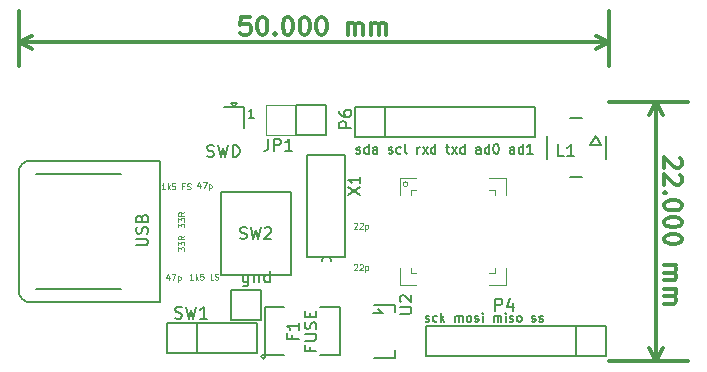
<source format=gto>
G04 #@! TF.FileFunction,Legend,Top*
%FSLAX46Y46*%
G04 Gerber Fmt 4.6, Leading zero omitted, Abs format (unit mm)*
G04 Created by KiCad (PCBNEW (2015-01-02 BZR 5348)-product) date 1/13/2015 8:41:11 AM*
%MOMM*%
G01*
G04 APERTURE LIST*
%ADD10C,0.150000*%
%ADD11C,0.152400*%
%ADD12C,0.190500*%
%ADD13C,0.300000*%
%ADD14C,0.100000*%
%ADD15C,0.099060*%
%ADD16C,0.203200*%
%ADD17C,0.109220*%
%ADD18C,0.200000*%
G04 APERTURE END LIST*
D10*
D11*
X93926714Y-82353514D02*
X93491286Y-82353514D01*
X93709000Y-82353514D02*
X93709000Y-81591514D01*
X93636429Y-81700371D01*
X93563857Y-81772943D01*
X93491286Y-81809229D01*
D12*
X108460958Y-99601929D02*
X108533529Y-99638214D01*
X108678672Y-99638214D01*
X108751244Y-99601929D01*
X108787529Y-99529357D01*
X108787529Y-99493071D01*
X108751244Y-99420500D01*
X108678672Y-99384214D01*
X108569815Y-99384214D01*
X108497244Y-99347929D01*
X108460958Y-99275357D01*
X108460958Y-99239071D01*
X108497244Y-99166500D01*
X108569815Y-99130214D01*
X108678672Y-99130214D01*
X108751244Y-99166500D01*
X109440672Y-99601929D02*
X109368101Y-99638214D01*
X109222958Y-99638214D01*
X109150386Y-99601929D01*
X109114101Y-99565643D01*
X109077815Y-99493071D01*
X109077815Y-99275357D01*
X109114101Y-99202786D01*
X109150386Y-99166500D01*
X109222958Y-99130214D01*
X109368101Y-99130214D01*
X109440672Y-99166500D01*
X109767244Y-99638214D02*
X109767244Y-98876214D01*
X109839815Y-99347929D02*
X110057529Y-99638214D01*
X110057529Y-99130214D02*
X109767244Y-99420500D01*
X110964672Y-99638214D02*
X110964672Y-99130214D01*
X110964672Y-99202786D02*
X111000957Y-99166500D01*
X111073529Y-99130214D01*
X111182386Y-99130214D01*
X111254957Y-99166500D01*
X111291243Y-99239071D01*
X111291243Y-99638214D01*
X111291243Y-99239071D02*
X111327529Y-99166500D01*
X111400100Y-99130214D01*
X111508957Y-99130214D01*
X111581529Y-99166500D01*
X111617814Y-99239071D01*
X111617814Y-99638214D01*
X112089529Y-99638214D02*
X112016957Y-99601929D01*
X111980672Y-99565643D01*
X111944386Y-99493071D01*
X111944386Y-99275357D01*
X111980672Y-99202786D01*
X112016957Y-99166500D01*
X112089529Y-99130214D01*
X112198386Y-99130214D01*
X112270957Y-99166500D01*
X112307243Y-99202786D01*
X112343529Y-99275357D01*
X112343529Y-99493071D01*
X112307243Y-99565643D01*
X112270957Y-99601929D01*
X112198386Y-99638214D01*
X112089529Y-99638214D01*
X112633815Y-99601929D02*
X112706386Y-99638214D01*
X112851529Y-99638214D01*
X112924101Y-99601929D01*
X112960386Y-99529357D01*
X112960386Y-99493071D01*
X112924101Y-99420500D01*
X112851529Y-99384214D01*
X112742672Y-99384214D01*
X112670101Y-99347929D01*
X112633815Y-99275357D01*
X112633815Y-99239071D01*
X112670101Y-99166500D01*
X112742672Y-99130214D01*
X112851529Y-99130214D01*
X112924101Y-99166500D01*
X113286958Y-99638214D02*
X113286958Y-99130214D01*
X113286958Y-98876214D02*
X113250672Y-98912500D01*
X113286958Y-98948786D01*
X113323243Y-98912500D01*
X113286958Y-98876214D01*
X113286958Y-98948786D01*
X114230386Y-99638214D02*
X114230386Y-99130214D01*
X114230386Y-99202786D02*
X114266671Y-99166500D01*
X114339243Y-99130214D01*
X114448100Y-99130214D01*
X114520671Y-99166500D01*
X114556957Y-99239071D01*
X114556957Y-99638214D01*
X114556957Y-99239071D02*
X114593243Y-99166500D01*
X114665814Y-99130214D01*
X114774671Y-99130214D01*
X114847243Y-99166500D01*
X114883528Y-99239071D01*
X114883528Y-99638214D01*
X115246386Y-99638214D02*
X115246386Y-99130214D01*
X115246386Y-98876214D02*
X115210100Y-98912500D01*
X115246386Y-98948786D01*
X115282671Y-98912500D01*
X115246386Y-98876214D01*
X115246386Y-98948786D01*
X115572957Y-99601929D02*
X115645528Y-99638214D01*
X115790671Y-99638214D01*
X115863243Y-99601929D01*
X115899528Y-99529357D01*
X115899528Y-99493071D01*
X115863243Y-99420500D01*
X115790671Y-99384214D01*
X115681814Y-99384214D01*
X115609243Y-99347929D01*
X115572957Y-99275357D01*
X115572957Y-99239071D01*
X115609243Y-99166500D01*
X115681814Y-99130214D01*
X115790671Y-99130214D01*
X115863243Y-99166500D01*
X116334957Y-99638214D02*
X116262385Y-99601929D01*
X116226100Y-99565643D01*
X116189814Y-99493071D01*
X116189814Y-99275357D01*
X116226100Y-99202786D01*
X116262385Y-99166500D01*
X116334957Y-99130214D01*
X116443814Y-99130214D01*
X116516385Y-99166500D01*
X116552671Y-99202786D01*
X116588957Y-99275357D01*
X116588957Y-99493071D01*
X116552671Y-99565643D01*
X116516385Y-99601929D01*
X116443814Y-99638214D01*
X116334957Y-99638214D01*
X117459814Y-99601929D02*
X117532385Y-99638214D01*
X117677528Y-99638214D01*
X117750100Y-99601929D01*
X117786385Y-99529357D01*
X117786385Y-99493071D01*
X117750100Y-99420500D01*
X117677528Y-99384214D01*
X117568671Y-99384214D01*
X117496100Y-99347929D01*
X117459814Y-99275357D01*
X117459814Y-99239071D01*
X117496100Y-99166500D01*
X117568671Y-99130214D01*
X117677528Y-99130214D01*
X117750100Y-99166500D01*
X118076671Y-99601929D02*
X118149242Y-99638214D01*
X118294385Y-99638214D01*
X118366957Y-99601929D01*
X118403242Y-99529357D01*
X118403242Y-99493071D01*
X118366957Y-99420500D01*
X118294385Y-99384214D01*
X118185528Y-99384214D01*
X118112957Y-99347929D01*
X118076671Y-99275357D01*
X118076671Y-99239071D01*
X118112957Y-99166500D01*
X118185528Y-99130214D01*
X118294385Y-99130214D01*
X118366957Y-99166500D01*
X102583884Y-85373090D02*
X102661294Y-85411795D01*
X102816113Y-85411795D01*
X102893522Y-85373090D01*
X102932227Y-85295681D01*
X102932227Y-85256976D01*
X102893522Y-85179567D01*
X102816113Y-85140862D01*
X102699998Y-85140862D01*
X102622589Y-85102157D01*
X102583884Y-85024748D01*
X102583884Y-84986043D01*
X102622589Y-84908633D01*
X102699998Y-84869929D01*
X102816113Y-84869929D01*
X102893522Y-84908633D01*
X103628913Y-85411795D02*
X103628913Y-84598995D01*
X103628913Y-85373090D02*
X103551503Y-85411795D01*
X103396684Y-85411795D01*
X103319275Y-85373090D01*
X103280570Y-85334386D01*
X103241865Y-85256976D01*
X103241865Y-85024748D01*
X103280570Y-84947338D01*
X103319275Y-84908633D01*
X103396684Y-84869929D01*
X103551503Y-84869929D01*
X103628913Y-84908633D01*
X104364303Y-85411795D02*
X104364303Y-84986043D01*
X104325598Y-84908633D01*
X104248188Y-84869929D01*
X104093369Y-84869929D01*
X104015960Y-84908633D01*
X104364303Y-85373090D02*
X104286893Y-85411795D01*
X104093369Y-85411795D01*
X104015960Y-85373090D01*
X103977255Y-85295681D01*
X103977255Y-85218271D01*
X104015960Y-85140862D01*
X104093369Y-85102157D01*
X104286893Y-85102157D01*
X104364303Y-85063452D01*
X105331921Y-85373090D02*
X105409331Y-85411795D01*
X105564150Y-85411795D01*
X105641559Y-85373090D01*
X105680264Y-85295681D01*
X105680264Y-85256976D01*
X105641559Y-85179567D01*
X105564150Y-85140862D01*
X105448035Y-85140862D01*
X105370626Y-85102157D01*
X105331921Y-85024748D01*
X105331921Y-84986043D01*
X105370626Y-84908633D01*
X105448035Y-84869929D01*
X105564150Y-84869929D01*
X105641559Y-84908633D01*
X106376950Y-85373090D02*
X106299540Y-85411795D01*
X106144721Y-85411795D01*
X106067312Y-85373090D01*
X106028607Y-85334386D01*
X105989902Y-85256976D01*
X105989902Y-85024748D01*
X106028607Y-84947338D01*
X106067312Y-84908633D01*
X106144721Y-84869929D01*
X106299540Y-84869929D01*
X106376950Y-84908633D01*
X106841407Y-85411795D02*
X106763998Y-85373090D01*
X106725293Y-85295681D01*
X106725293Y-84598995D01*
X107770321Y-85411795D02*
X107770321Y-84869929D01*
X107770321Y-85024748D02*
X107809026Y-84947338D01*
X107847730Y-84908633D01*
X107925140Y-84869929D01*
X108002549Y-84869929D01*
X108196073Y-85411795D02*
X108621826Y-84869929D01*
X108196073Y-84869929D02*
X108621826Y-85411795D01*
X109279807Y-85411795D02*
X109279807Y-84598995D01*
X109279807Y-85373090D02*
X109202397Y-85411795D01*
X109047578Y-85411795D01*
X108970169Y-85373090D01*
X108931464Y-85334386D01*
X108892759Y-85256976D01*
X108892759Y-85024748D01*
X108931464Y-84947338D01*
X108970169Y-84908633D01*
X109047578Y-84869929D01*
X109202397Y-84869929D01*
X109279807Y-84908633D01*
X110170016Y-84869929D02*
X110479654Y-84869929D01*
X110286130Y-84598995D02*
X110286130Y-85295681D01*
X110324835Y-85373090D01*
X110402244Y-85411795D01*
X110479654Y-85411795D01*
X110673177Y-85411795D02*
X111098930Y-84869929D01*
X110673177Y-84869929D02*
X111098930Y-85411795D01*
X111756911Y-85411795D02*
X111756911Y-84598995D01*
X111756911Y-85373090D02*
X111679501Y-85411795D01*
X111524682Y-85411795D01*
X111447273Y-85373090D01*
X111408568Y-85334386D01*
X111369863Y-85256976D01*
X111369863Y-85024748D01*
X111408568Y-84947338D01*
X111447273Y-84908633D01*
X111524682Y-84869929D01*
X111679501Y-84869929D01*
X111756911Y-84908633D01*
X113111577Y-85411795D02*
X113111577Y-84986043D01*
X113072872Y-84908633D01*
X112995462Y-84869929D01*
X112840643Y-84869929D01*
X112763234Y-84908633D01*
X113111577Y-85373090D02*
X113034167Y-85411795D01*
X112840643Y-85411795D01*
X112763234Y-85373090D01*
X112724529Y-85295681D01*
X112724529Y-85218271D01*
X112763234Y-85140862D01*
X112840643Y-85102157D01*
X113034167Y-85102157D01*
X113111577Y-85063452D01*
X113846967Y-85411795D02*
X113846967Y-84598995D01*
X113846967Y-85373090D02*
X113769557Y-85411795D01*
X113614738Y-85411795D01*
X113537329Y-85373090D01*
X113498624Y-85334386D01*
X113459919Y-85256976D01*
X113459919Y-85024748D01*
X113498624Y-84947338D01*
X113537329Y-84908633D01*
X113614738Y-84869929D01*
X113769557Y-84869929D01*
X113846967Y-84908633D01*
X114388833Y-84598995D02*
X114466242Y-84598995D01*
X114543652Y-84637700D01*
X114582357Y-84676405D01*
X114621061Y-84753814D01*
X114659766Y-84908633D01*
X114659766Y-85102157D01*
X114621061Y-85256976D01*
X114582357Y-85334386D01*
X114543652Y-85373090D01*
X114466242Y-85411795D01*
X114388833Y-85411795D01*
X114311423Y-85373090D01*
X114272719Y-85334386D01*
X114234014Y-85256976D01*
X114195309Y-85102157D01*
X114195309Y-84908633D01*
X114234014Y-84753814D01*
X114272719Y-84676405D01*
X114311423Y-84637700D01*
X114388833Y-84598995D01*
X115975728Y-85411795D02*
X115975728Y-84986043D01*
X115937023Y-84908633D01*
X115859613Y-84869929D01*
X115704794Y-84869929D01*
X115627385Y-84908633D01*
X115975728Y-85373090D02*
X115898318Y-85411795D01*
X115704794Y-85411795D01*
X115627385Y-85373090D01*
X115588680Y-85295681D01*
X115588680Y-85218271D01*
X115627385Y-85140862D01*
X115704794Y-85102157D01*
X115898318Y-85102157D01*
X115975728Y-85063452D01*
X116711118Y-85411795D02*
X116711118Y-84598995D01*
X116711118Y-85373090D02*
X116633708Y-85411795D01*
X116478889Y-85411795D01*
X116401480Y-85373090D01*
X116362775Y-85334386D01*
X116324070Y-85256976D01*
X116324070Y-85024748D01*
X116362775Y-84947338D01*
X116401480Y-84908633D01*
X116478889Y-84869929D01*
X116633708Y-84869929D01*
X116711118Y-84908633D01*
X117523917Y-85411795D02*
X117059460Y-85411795D01*
X117291689Y-85411795D02*
X117291689Y-84598995D01*
X117214279Y-84715110D01*
X117136870Y-84792519D01*
X117059460Y-84831224D01*
D13*
X130028571Y-85785715D02*
X130100000Y-85857144D01*
X130171429Y-86000001D01*
X130171429Y-86357144D01*
X130100000Y-86500001D01*
X130028571Y-86571430D01*
X129885714Y-86642858D01*
X129742857Y-86642858D01*
X129528571Y-86571430D01*
X128671429Y-85714287D01*
X128671429Y-86642858D01*
X130028571Y-87214286D02*
X130100000Y-87285715D01*
X130171429Y-87428572D01*
X130171429Y-87785715D01*
X130100000Y-87928572D01*
X130028571Y-88000001D01*
X129885714Y-88071429D01*
X129742857Y-88071429D01*
X129528571Y-88000001D01*
X128671429Y-87142858D01*
X128671429Y-88071429D01*
X128814286Y-88714286D02*
X128742857Y-88785714D01*
X128671429Y-88714286D01*
X128742857Y-88642857D01*
X128814286Y-88714286D01*
X128671429Y-88714286D01*
X130171429Y-89714286D02*
X130171429Y-89857143D01*
X130100000Y-90000000D01*
X130028571Y-90071429D01*
X129885714Y-90142858D01*
X129600000Y-90214286D01*
X129242857Y-90214286D01*
X128957143Y-90142858D01*
X128814286Y-90071429D01*
X128742857Y-90000000D01*
X128671429Y-89857143D01*
X128671429Y-89714286D01*
X128742857Y-89571429D01*
X128814286Y-89500000D01*
X128957143Y-89428572D01*
X129242857Y-89357143D01*
X129600000Y-89357143D01*
X129885714Y-89428572D01*
X130028571Y-89500000D01*
X130100000Y-89571429D01*
X130171429Y-89714286D01*
X130171429Y-91142857D02*
X130171429Y-91285714D01*
X130100000Y-91428571D01*
X130028571Y-91500000D01*
X129885714Y-91571429D01*
X129600000Y-91642857D01*
X129242857Y-91642857D01*
X128957143Y-91571429D01*
X128814286Y-91500000D01*
X128742857Y-91428571D01*
X128671429Y-91285714D01*
X128671429Y-91142857D01*
X128742857Y-91000000D01*
X128814286Y-90928571D01*
X128957143Y-90857143D01*
X129242857Y-90785714D01*
X129600000Y-90785714D01*
X129885714Y-90857143D01*
X130028571Y-90928571D01*
X130100000Y-91000000D01*
X130171429Y-91142857D01*
X130171429Y-92571428D02*
X130171429Y-92714285D01*
X130100000Y-92857142D01*
X130028571Y-92928571D01*
X129885714Y-93000000D01*
X129600000Y-93071428D01*
X129242857Y-93071428D01*
X128957143Y-93000000D01*
X128814286Y-92928571D01*
X128742857Y-92857142D01*
X128671429Y-92714285D01*
X128671429Y-92571428D01*
X128742857Y-92428571D01*
X128814286Y-92357142D01*
X128957143Y-92285714D01*
X129242857Y-92214285D01*
X129600000Y-92214285D01*
X129885714Y-92285714D01*
X130028571Y-92357142D01*
X130100000Y-92428571D01*
X130171429Y-92571428D01*
X128671429Y-94857142D02*
X129671429Y-94857142D01*
X129528571Y-94857142D02*
X129600000Y-94928570D01*
X129671429Y-95071428D01*
X129671429Y-95285713D01*
X129600000Y-95428570D01*
X129457143Y-95499999D01*
X128671429Y-95499999D01*
X129457143Y-95499999D02*
X129600000Y-95571428D01*
X129671429Y-95714285D01*
X129671429Y-95928570D01*
X129600000Y-96071428D01*
X129457143Y-96142856D01*
X128671429Y-96142856D01*
X128671429Y-96857142D02*
X129671429Y-96857142D01*
X129528571Y-96857142D02*
X129600000Y-96928570D01*
X129671429Y-97071428D01*
X129671429Y-97285713D01*
X129600000Y-97428570D01*
X129457143Y-97499999D01*
X128671429Y-97499999D01*
X129457143Y-97499999D02*
X129600000Y-97571428D01*
X129671429Y-97714285D01*
X129671429Y-97928570D01*
X129600000Y-98071428D01*
X129457143Y-98142856D01*
X128671429Y-98142856D01*
X128000000Y-81000000D02*
X128000000Y-103000000D01*
X124000000Y-81000000D02*
X130700000Y-81000000D01*
X124000000Y-103000000D02*
X130700000Y-103000000D01*
X128000000Y-103000000D02*
X127413579Y-101873496D01*
X128000000Y-103000000D02*
X128586421Y-101873496D01*
X128000000Y-81000000D02*
X127413579Y-82126504D01*
X128000000Y-81000000D02*
X128586421Y-82126504D01*
X93571430Y-73828572D02*
X92857144Y-73828572D01*
X92785715Y-74542858D01*
X92857144Y-74471430D01*
X93000001Y-74400001D01*
X93357144Y-74400001D01*
X93500001Y-74471430D01*
X93571430Y-74542858D01*
X93642858Y-74685715D01*
X93642858Y-75042858D01*
X93571430Y-75185715D01*
X93500001Y-75257144D01*
X93357144Y-75328572D01*
X93000001Y-75328572D01*
X92857144Y-75257144D01*
X92785715Y-75185715D01*
X94571429Y-73828572D02*
X94714286Y-73828572D01*
X94857143Y-73900001D01*
X94928572Y-73971430D01*
X95000001Y-74114287D01*
X95071429Y-74400001D01*
X95071429Y-74757144D01*
X95000001Y-75042858D01*
X94928572Y-75185715D01*
X94857143Y-75257144D01*
X94714286Y-75328572D01*
X94571429Y-75328572D01*
X94428572Y-75257144D01*
X94357143Y-75185715D01*
X94285715Y-75042858D01*
X94214286Y-74757144D01*
X94214286Y-74400001D01*
X94285715Y-74114287D01*
X94357143Y-73971430D01*
X94428572Y-73900001D01*
X94571429Y-73828572D01*
X95714286Y-75185715D02*
X95785714Y-75257144D01*
X95714286Y-75328572D01*
X95642857Y-75257144D01*
X95714286Y-75185715D01*
X95714286Y-75328572D01*
X96714286Y-73828572D02*
X96857143Y-73828572D01*
X97000000Y-73900001D01*
X97071429Y-73971430D01*
X97142858Y-74114287D01*
X97214286Y-74400001D01*
X97214286Y-74757144D01*
X97142858Y-75042858D01*
X97071429Y-75185715D01*
X97000000Y-75257144D01*
X96857143Y-75328572D01*
X96714286Y-75328572D01*
X96571429Y-75257144D01*
X96500000Y-75185715D01*
X96428572Y-75042858D01*
X96357143Y-74757144D01*
X96357143Y-74400001D01*
X96428572Y-74114287D01*
X96500000Y-73971430D01*
X96571429Y-73900001D01*
X96714286Y-73828572D01*
X98142857Y-73828572D02*
X98285714Y-73828572D01*
X98428571Y-73900001D01*
X98500000Y-73971430D01*
X98571429Y-74114287D01*
X98642857Y-74400001D01*
X98642857Y-74757144D01*
X98571429Y-75042858D01*
X98500000Y-75185715D01*
X98428571Y-75257144D01*
X98285714Y-75328572D01*
X98142857Y-75328572D01*
X98000000Y-75257144D01*
X97928571Y-75185715D01*
X97857143Y-75042858D01*
X97785714Y-74757144D01*
X97785714Y-74400001D01*
X97857143Y-74114287D01*
X97928571Y-73971430D01*
X98000000Y-73900001D01*
X98142857Y-73828572D01*
X99571428Y-73828572D02*
X99714285Y-73828572D01*
X99857142Y-73900001D01*
X99928571Y-73971430D01*
X100000000Y-74114287D01*
X100071428Y-74400001D01*
X100071428Y-74757144D01*
X100000000Y-75042858D01*
X99928571Y-75185715D01*
X99857142Y-75257144D01*
X99714285Y-75328572D01*
X99571428Y-75328572D01*
X99428571Y-75257144D01*
X99357142Y-75185715D01*
X99285714Y-75042858D01*
X99214285Y-74757144D01*
X99214285Y-74400001D01*
X99285714Y-74114287D01*
X99357142Y-73971430D01*
X99428571Y-73900001D01*
X99571428Y-73828572D01*
X101857142Y-75328572D02*
X101857142Y-74328572D01*
X101857142Y-74471430D02*
X101928570Y-74400001D01*
X102071428Y-74328572D01*
X102285713Y-74328572D01*
X102428570Y-74400001D01*
X102499999Y-74542858D01*
X102499999Y-75328572D01*
X102499999Y-74542858D02*
X102571428Y-74400001D01*
X102714285Y-74328572D01*
X102928570Y-74328572D01*
X103071428Y-74400001D01*
X103142856Y-74542858D01*
X103142856Y-75328572D01*
X103857142Y-75328572D02*
X103857142Y-74328572D01*
X103857142Y-74471430D02*
X103928570Y-74400001D01*
X104071428Y-74328572D01*
X104285713Y-74328572D01*
X104428570Y-74400001D01*
X104499999Y-74542858D01*
X104499999Y-75328572D01*
X104499999Y-74542858D02*
X104571428Y-74400001D01*
X104714285Y-74328572D01*
X104928570Y-74328572D01*
X105071428Y-74400001D01*
X105142856Y-74542858D01*
X105142856Y-75328572D01*
X74000000Y-76000001D02*
X124000000Y-76000001D01*
X74000000Y-78000000D02*
X74000000Y-73300001D01*
X124000000Y-78000000D02*
X124000000Y-73300001D01*
X124000000Y-76000001D02*
X122873496Y-76586422D01*
X124000000Y-76000001D02*
X122873496Y-75413580D01*
X74000000Y-76000001D02*
X75126504Y-76586422D01*
X74000000Y-76000001D02*
X75126504Y-75413580D01*
D10*
X93100000Y-83200000D02*
X93100000Y-81500000D01*
X93100000Y-81500000D02*
X91400000Y-81500000D01*
X92270000Y-81476000D02*
X92524000Y-81095000D01*
X92524000Y-81095000D02*
X92143000Y-81095000D01*
X92143000Y-81095000D02*
X92016000Y-81095000D01*
X92016000Y-81095000D02*
X92270000Y-81476000D01*
X101659200Y-94170320D02*
X101659200Y-85569880D01*
X101659200Y-85569880D02*
X98458800Y-85569880D01*
X98458800Y-85569880D02*
X98458800Y-94170320D01*
X99208100Y-94170320D02*
X98458800Y-94170320D01*
X100958160Y-94170320D02*
X101659200Y-94170320D01*
X99759280Y-94170320D02*
X99660220Y-94470040D01*
X100358720Y-94170320D02*
X100457780Y-94470040D01*
X100958160Y-94170320D02*
X99159840Y-94170320D01*
X104399340Y-98550080D02*
X104699060Y-98799000D01*
X104699060Y-98799000D02*
X104848920Y-98900600D01*
X104848920Y-98900600D02*
X104000560Y-98900600D01*
X105900480Y-98199560D02*
X104099620Y-98199560D01*
X105900480Y-98199560D02*
X105900480Y-98849800D01*
X105900480Y-102700440D02*
X104099620Y-102700440D01*
X105900480Y-102700440D02*
X105900480Y-102050200D01*
X91100000Y-88700000D02*
X97100000Y-88700000D01*
X97100000Y-88700000D02*
X97100000Y-95700000D01*
X97100000Y-95700000D02*
X91100000Y-95700000D01*
X91100000Y-95700000D02*
X91100000Y-88700000D01*
X94877605Y-102609000D02*
G75*
G03X94877605Y-102609000I-179605J0D01*
G01*
X99524000Y-102482000D02*
X101175000Y-102482000D01*
X101175000Y-102482000D02*
X101175000Y-98418000D01*
X101175000Y-98418000D02*
X99524000Y-98418000D01*
X96476000Y-98418000D02*
X94825000Y-98418000D01*
X94825000Y-98418000D02*
X94825000Y-102482000D01*
X94825000Y-102482000D02*
X96476000Y-102482000D01*
D14*
X113850000Y-95550000D02*
X114300000Y-95550000D01*
X114300000Y-95550000D02*
X114300000Y-95100000D01*
X107200000Y-95100000D02*
X107200000Y-95550000D01*
X107200000Y-95550000D02*
X107650000Y-95550000D01*
X107650000Y-88450000D02*
X107200000Y-88450000D01*
X107200000Y-88450000D02*
X107200000Y-88900000D01*
X113850000Y-88450000D02*
X114300000Y-88450000D01*
X114300000Y-88450000D02*
X114300000Y-88900000D01*
X106250000Y-88900000D02*
X106250000Y-87500000D01*
X106250000Y-87500000D02*
X107650000Y-87500000D01*
X107650000Y-96500000D02*
X106250000Y-96500000D01*
X106250000Y-96500000D02*
X106250000Y-95100000D01*
X115250000Y-95100000D02*
X115250000Y-96500000D01*
X115250000Y-96500000D02*
X113850000Y-96500000D01*
X113850000Y-87500000D02*
X115250000Y-87500000D01*
X115250000Y-87500000D02*
X115250000Y-88900000D01*
D15*
X106952700Y-88002040D02*
G75*
G03X106952700Y-88002040I-200660J0D01*
G01*
D16*
X122850000Y-83900000D02*
X122400000Y-84650000D01*
X122400000Y-84650000D02*
X123300000Y-84650000D01*
X123300000Y-84650000D02*
X122850000Y-83900000D01*
X118700000Y-83900000D02*
X118700000Y-85900000D01*
X120700000Y-87400000D02*
X121700000Y-87400000D01*
X123700000Y-83900000D02*
X123700000Y-85900000D01*
X120700000Y-82400000D02*
X121700000Y-82400000D01*
D10*
X86000000Y-86000000D02*
X75000000Y-86000000D01*
X75000000Y-98000000D02*
X86000000Y-98000000D01*
X74000000Y-87000000D02*
X74000000Y-97000000D01*
X74000000Y-97000000D02*
G75*
G03X75000000Y-98000000I1000000J0D01*
G01*
X75000000Y-86000000D02*
G75*
G03X74000000Y-87000000I0J-1000000D01*
G01*
X82650000Y-87150000D02*
X75500000Y-87150000D01*
X75500000Y-96850000D02*
X82650000Y-96850000D01*
X86000000Y-98000000D02*
X86000000Y-86000000D01*
D11*
X123720000Y-102570000D02*
X108480000Y-102570000D01*
X108480000Y-102570000D02*
X108480000Y-100030000D01*
X108480000Y-100030000D02*
X123720000Y-100030000D01*
X123720000Y-100030000D02*
X123720000Y-102570000D01*
X121180000Y-102570000D02*
X121180000Y-100030000D01*
X102480000Y-81430000D02*
X117720000Y-81430000D01*
X117720000Y-81430000D02*
X117720000Y-83970000D01*
X117720000Y-83970000D02*
X102480000Y-83970000D01*
X102480000Y-83970000D02*
X102480000Y-81430000D01*
X105020000Y-81430000D02*
X105020000Y-83970000D01*
X86590000Y-102270000D02*
X86590000Y-99730000D01*
X86590000Y-99730000D02*
X94210000Y-99730000D01*
X94210000Y-99730000D02*
X94210000Y-102270000D01*
X94210000Y-102270000D02*
X86590000Y-102270000D01*
X89130000Y-99730000D02*
X89130000Y-102270000D01*
D10*
X91994500Y-96982100D02*
X91994500Y-99522100D01*
X91994500Y-99522100D02*
X94534500Y-99522100D01*
X94534500Y-99522100D02*
X94534500Y-96982100D01*
X94534500Y-96982100D02*
X91994500Y-96982100D01*
D14*
X97506300Y-83812200D02*
X94966300Y-83812200D01*
X97506300Y-81272200D02*
X94966300Y-81272200D01*
D11*
X100046300Y-81272200D02*
X97506300Y-81272200D01*
X100046300Y-83812200D02*
X97506300Y-83812200D01*
D14*
X94966300Y-83812200D02*
X94966300Y-81272200D01*
D11*
X100046300Y-81272200D02*
X100046300Y-83812200D01*
X97506300Y-83812200D02*
X97506300Y-81272200D01*
D16*
X89955243Y-85645838D02*
X90100386Y-85694219D01*
X90342290Y-85694219D01*
X90439052Y-85645838D01*
X90487433Y-85597457D01*
X90535814Y-85500695D01*
X90535814Y-85403933D01*
X90487433Y-85307171D01*
X90439052Y-85258790D01*
X90342290Y-85210410D01*
X90148767Y-85162029D01*
X90052005Y-85113648D01*
X90003624Y-85065267D01*
X89955243Y-84968505D01*
X89955243Y-84871743D01*
X90003624Y-84774981D01*
X90052005Y-84726600D01*
X90148767Y-84678219D01*
X90390671Y-84678219D01*
X90535814Y-84726600D01*
X90874481Y-84678219D02*
X91116386Y-85694219D01*
X91309909Y-84968505D01*
X91503433Y-85694219D01*
X91745338Y-84678219D01*
X92132386Y-85694219D02*
X92132386Y-84678219D01*
X92374291Y-84678219D01*
X92519433Y-84726600D01*
X92616195Y-84823362D01*
X92664576Y-84920124D01*
X92712957Y-85113648D01*
X92712957Y-85258790D01*
X92664576Y-85452314D01*
X92616195Y-85549076D01*
X92519433Y-85645838D01*
X92374291Y-85694219D01*
X92132386Y-85694219D01*
D10*
X101911381Y-88929524D02*
X102911381Y-88262857D01*
X101911381Y-88262857D02*
X102911381Y-88929524D01*
X102911381Y-87358095D02*
X102911381Y-87929524D01*
X102911381Y-87643810D02*
X101911381Y-87643810D01*
X102054238Y-87739048D01*
X102149476Y-87834286D01*
X102197095Y-87929524D01*
X106252381Y-98961905D02*
X107061905Y-98961905D01*
X107157143Y-98914286D01*
X107204762Y-98866667D01*
X107252381Y-98771429D01*
X107252381Y-98580952D01*
X107204762Y-98485714D01*
X107157143Y-98438095D01*
X107061905Y-98390476D01*
X106252381Y-98390476D01*
X106347619Y-97961905D02*
X106300000Y-97914286D01*
X106252381Y-97819048D01*
X106252381Y-97580952D01*
X106300000Y-97485714D01*
X106347619Y-97438095D01*
X106442857Y-97390476D01*
X106538095Y-97390476D01*
X106680952Y-97438095D01*
X107252381Y-98009524D01*
X107252381Y-97390476D01*
X92731267Y-92573562D02*
X92874124Y-92621181D01*
X93112220Y-92621181D01*
X93207458Y-92573562D01*
X93255077Y-92525943D01*
X93302696Y-92430705D01*
X93302696Y-92335467D01*
X93255077Y-92240229D01*
X93207458Y-92192610D01*
X93112220Y-92144990D01*
X92921743Y-92097371D01*
X92826505Y-92049752D01*
X92778886Y-92002133D01*
X92731267Y-91906895D01*
X92731267Y-91811657D01*
X92778886Y-91716419D01*
X92826505Y-91668800D01*
X92921743Y-91621181D01*
X93159839Y-91621181D01*
X93302696Y-91668800D01*
X93636029Y-91621181D02*
X93874124Y-92621181D01*
X94064601Y-91906895D01*
X94255077Y-92621181D01*
X94493172Y-91621181D01*
X94826505Y-91716419D02*
X94874124Y-91668800D01*
X94969362Y-91621181D01*
X95207458Y-91621181D01*
X95302696Y-91668800D01*
X95350315Y-91716419D01*
X95397934Y-91811657D01*
X95397934Y-91906895D01*
X95350315Y-92049752D01*
X94778886Y-92621181D01*
X95397934Y-92621181D01*
D17*
X102392396Y-91308638D02*
X102416224Y-91284810D01*
X102463879Y-91260982D01*
X102583017Y-91260982D01*
X102630673Y-91284810D01*
X102654500Y-91308638D01*
X102678328Y-91356293D01*
X102678328Y-91403948D01*
X102654500Y-91475431D01*
X102368569Y-91761362D01*
X102678328Y-91761362D01*
X102868948Y-91308638D02*
X102892776Y-91284810D01*
X102940431Y-91260982D01*
X103059569Y-91260982D01*
X103107225Y-91284810D01*
X103131052Y-91308638D01*
X103154880Y-91356293D01*
X103154880Y-91403948D01*
X103131052Y-91475431D01*
X102845121Y-91761362D01*
X103154880Y-91761362D01*
X103369328Y-91427776D02*
X103369328Y-91928156D01*
X103369328Y-91451603D02*
X103416983Y-91427776D01*
X103512294Y-91427776D01*
X103559949Y-91451603D01*
X103583777Y-91475431D01*
X103607604Y-91523086D01*
X103607604Y-91666052D01*
X103583777Y-91713707D01*
X103559949Y-91737535D01*
X103512294Y-91761362D01*
X103416983Y-91761362D01*
X103369328Y-91737535D01*
X102392396Y-94808638D02*
X102416224Y-94784810D01*
X102463879Y-94760982D01*
X102583017Y-94760982D01*
X102630673Y-94784810D01*
X102654500Y-94808638D01*
X102678328Y-94856293D01*
X102678328Y-94903948D01*
X102654500Y-94975431D01*
X102368569Y-95261362D01*
X102678328Y-95261362D01*
X102868948Y-94808638D02*
X102892776Y-94784810D01*
X102940431Y-94760982D01*
X103059569Y-94760982D01*
X103107225Y-94784810D01*
X103131052Y-94808638D01*
X103154880Y-94856293D01*
X103154880Y-94903948D01*
X103131052Y-94975431D01*
X102845121Y-95261362D01*
X103154880Y-95261362D01*
X103369328Y-94927776D02*
X103369328Y-95428156D01*
X103369328Y-94951603D02*
X103416983Y-94927776D01*
X103512294Y-94927776D01*
X103559949Y-94951603D01*
X103583777Y-94975431D01*
X103607604Y-95023086D01*
X103607604Y-95166052D01*
X103583777Y-95213707D01*
X103559949Y-95237535D01*
X103512294Y-95261362D01*
X103416983Y-95261362D01*
X103369328Y-95237535D01*
X86730673Y-95792776D02*
X86730673Y-96126362D01*
X86611535Y-95602155D02*
X86492396Y-95959569D01*
X86802156Y-95959569D01*
X86945121Y-95625982D02*
X87278708Y-95625982D01*
X87064259Y-96126362D01*
X87469328Y-95792776D02*
X87469328Y-96293156D01*
X87469328Y-95816603D02*
X87516983Y-95792776D01*
X87612294Y-95792776D01*
X87659949Y-95816603D01*
X87683777Y-95840431D01*
X87707604Y-95888086D01*
X87707604Y-96031052D01*
X87683777Y-96078707D01*
X87659949Y-96102535D01*
X87612294Y-96126362D01*
X87516983Y-96126362D01*
X87469328Y-96102535D01*
X89364573Y-88022976D02*
X89364573Y-88356562D01*
X89245435Y-87832355D02*
X89126296Y-88189769D01*
X89436056Y-88189769D01*
X89579021Y-87856182D02*
X89912608Y-87856182D01*
X89698159Y-88356562D01*
X90103228Y-88022976D02*
X90103228Y-88523356D01*
X90103228Y-88046803D02*
X90150883Y-88022976D01*
X90246194Y-88022976D01*
X90293849Y-88046803D01*
X90317677Y-88070631D01*
X90341504Y-88118286D01*
X90341504Y-88261252D01*
X90317677Y-88308907D01*
X90293849Y-88332735D01*
X90246194Y-88356562D01*
X90150883Y-88356562D01*
X90103228Y-88332735D01*
D10*
X97181811Y-100783333D02*
X97181811Y-101116667D01*
X97705621Y-101116667D02*
X96705621Y-101116667D01*
X96705621Y-100640476D01*
X97705621Y-99735714D02*
X97705621Y-100307143D01*
X97705621Y-100021429D02*
X96705621Y-100021429D01*
X96848478Y-100116667D01*
X96943716Y-100211905D01*
X96991335Y-100307143D01*
X98690571Y-101759523D02*
X98690571Y-102092857D01*
X99214381Y-102092857D02*
X98214381Y-102092857D01*
X98214381Y-101616666D01*
X98214381Y-101235714D02*
X99023905Y-101235714D01*
X99119143Y-101188095D01*
X99166762Y-101140476D01*
X99214381Y-101045238D01*
X99214381Y-100854761D01*
X99166762Y-100759523D01*
X99119143Y-100711904D01*
X99023905Y-100664285D01*
X98214381Y-100664285D01*
X99166762Y-100235714D02*
X99214381Y-100092857D01*
X99214381Y-99854761D01*
X99166762Y-99759523D01*
X99119143Y-99711904D01*
X99023905Y-99664285D01*
X98928667Y-99664285D01*
X98833429Y-99711904D01*
X98785810Y-99759523D01*
X98738190Y-99854761D01*
X98690571Y-100045238D01*
X98642952Y-100140476D01*
X98595333Y-100188095D01*
X98500095Y-100235714D01*
X98404857Y-100235714D01*
X98309619Y-100188095D01*
X98262000Y-100140476D01*
X98214381Y-100045238D01*
X98214381Y-99807142D01*
X98262000Y-99664285D01*
X98690571Y-99235714D02*
X98690571Y-98902380D01*
X99214381Y-98759523D02*
X99214381Y-99235714D01*
X98214381Y-99235714D01*
X98214381Y-98759523D01*
D18*
X120174234Y-85636181D02*
X119698043Y-85636181D01*
X119698043Y-84636181D01*
X121031377Y-85636181D02*
X120459948Y-85636181D01*
X120745662Y-85636181D02*
X120745662Y-84636181D01*
X120650424Y-84779038D01*
X120555186Y-84874276D01*
X120459948Y-84921895D01*
D10*
X83941181Y-93189405D02*
X84750705Y-93189405D01*
X84845943Y-93141786D01*
X84893562Y-93094167D01*
X84941181Y-92998929D01*
X84941181Y-92808452D01*
X84893562Y-92713214D01*
X84845943Y-92665595D01*
X84750705Y-92617976D01*
X83941181Y-92617976D01*
X84893562Y-92189405D02*
X84941181Y-92046548D01*
X84941181Y-91808452D01*
X84893562Y-91713214D01*
X84845943Y-91665595D01*
X84750705Y-91617976D01*
X84655467Y-91617976D01*
X84560229Y-91665595D01*
X84512610Y-91713214D01*
X84464990Y-91808452D01*
X84417371Y-91998929D01*
X84369752Y-92094167D01*
X84322133Y-92141786D01*
X84226895Y-92189405D01*
X84131657Y-92189405D01*
X84036419Y-92141786D01*
X83988800Y-92094167D01*
X83941181Y-91998929D01*
X83941181Y-91760833D01*
X83988800Y-91617976D01*
X84417371Y-90856071D02*
X84464990Y-90713214D01*
X84512610Y-90665595D01*
X84607848Y-90617976D01*
X84750705Y-90617976D01*
X84845943Y-90665595D01*
X84893562Y-90713214D01*
X84941181Y-90808452D01*
X84941181Y-91189405D01*
X83941181Y-91189405D01*
X83941181Y-90856071D01*
X83988800Y-90760833D01*
X84036419Y-90713214D01*
X84131657Y-90665595D01*
X84226895Y-90665595D01*
X84322133Y-90713214D01*
X84369752Y-90760833D01*
X84417371Y-90856071D01*
X84417371Y-91189405D01*
D17*
X88779223Y-96078162D02*
X88493291Y-96078162D01*
X88636257Y-96078162D02*
X88636257Y-95577782D01*
X88588602Y-95649265D01*
X88540947Y-95696920D01*
X88493291Y-95720748D01*
X88993671Y-96078162D02*
X88993671Y-95577782D01*
X89041326Y-95887541D02*
X89184292Y-96078162D01*
X89184292Y-95744576D02*
X88993671Y-95935197D01*
X89637017Y-95577782D02*
X89398741Y-95577782D01*
X89374913Y-95816059D01*
X89398741Y-95792231D01*
X89446396Y-95768403D01*
X89565534Y-95768403D01*
X89613190Y-95792231D01*
X89637017Y-95816059D01*
X89660845Y-95863714D01*
X89660845Y-95982852D01*
X89637017Y-96030507D01*
X89613190Y-96054335D01*
X89565534Y-96078162D01*
X89446396Y-96078162D01*
X89398741Y-96054335D01*
X89374913Y-96030507D01*
X90494811Y-96078162D02*
X90256535Y-96078162D01*
X90256535Y-95577782D01*
X90637777Y-96054335D02*
X90709260Y-96078162D01*
X90828398Y-96078162D01*
X90876054Y-96054335D01*
X90899881Y-96030507D01*
X90923709Y-95982852D01*
X90923709Y-95935197D01*
X90899881Y-95887541D01*
X90876054Y-95863714D01*
X90828398Y-95839886D01*
X90733088Y-95816059D01*
X90685433Y-95792231D01*
X90661605Y-95768403D01*
X90637777Y-95720748D01*
X90637777Y-95673093D01*
X90661605Y-95625438D01*
X90685433Y-95601610D01*
X90733088Y-95577782D01*
X90852226Y-95577782D01*
X90923709Y-95601610D01*
X86392410Y-88432762D02*
X86106478Y-88432762D01*
X86249444Y-88432762D02*
X86249444Y-87932382D01*
X86201789Y-88003865D01*
X86154134Y-88051520D01*
X86106478Y-88075348D01*
X86606858Y-88432762D02*
X86606858Y-87932382D01*
X86654513Y-88242141D02*
X86797479Y-88432762D01*
X86797479Y-88099176D02*
X86606858Y-88289797D01*
X87250204Y-87932382D02*
X87011928Y-87932382D01*
X86988100Y-88170659D01*
X87011928Y-88146831D01*
X87059583Y-88123003D01*
X87178721Y-88123003D01*
X87226377Y-88146831D01*
X87250204Y-88170659D01*
X87274032Y-88218314D01*
X87274032Y-88337452D01*
X87250204Y-88385107D01*
X87226377Y-88408935D01*
X87178721Y-88432762D01*
X87059583Y-88432762D01*
X87011928Y-88408935D01*
X86988100Y-88385107D01*
X88036515Y-88170659D02*
X87869722Y-88170659D01*
X87869722Y-88432762D02*
X87869722Y-87932382D01*
X88107998Y-87932382D01*
X88274791Y-88408935D02*
X88346274Y-88432762D01*
X88465412Y-88432762D01*
X88513068Y-88408935D01*
X88536895Y-88385107D01*
X88560723Y-88337452D01*
X88560723Y-88289797D01*
X88536895Y-88242141D01*
X88513068Y-88218314D01*
X88465412Y-88194486D01*
X88370102Y-88170659D01*
X88322447Y-88146831D01*
X88298619Y-88123003D01*
X88274791Y-88075348D01*
X88274791Y-88027693D01*
X88298619Y-87980038D01*
X88322447Y-87956210D01*
X88370102Y-87932382D01*
X88489240Y-87932382D01*
X88560723Y-87956210D01*
X87525982Y-93655259D02*
X87525982Y-93345500D01*
X87716603Y-93512293D01*
X87716603Y-93440811D01*
X87740431Y-93393155D01*
X87764259Y-93369328D01*
X87811914Y-93345500D01*
X87931052Y-93345500D01*
X87978707Y-93369328D01*
X88002535Y-93393155D01*
X88026362Y-93440811D01*
X88026362Y-93583776D01*
X88002535Y-93631432D01*
X87978707Y-93655259D01*
X87525982Y-93178707D02*
X87525982Y-92868948D01*
X87716603Y-93035741D01*
X87716603Y-92964259D01*
X87740431Y-92916603D01*
X87764259Y-92892776D01*
X87811914Y-92868948D01*
X87931052Y-92868948D01*
X87978707Y-92892776D01*
X88002535Y-92916603D01*
X88026362Y-92964259D01*
X88026362Y-93107224D01*
X88002535Y-93154880D01*
X87978707Y-93178707D01*
X88026362Y-92368568D02*
X87788086Y-92535362D01*
X88026362Y-92654500D02*
X87525982Y-92654500D01*
X87525982Y-92463879D01*
X87549810Y-92416224D01*
X87573638Y-92392396D01*
X87621293Y-92368568D01*
X87692776Y-92368568D01*
X87740431Y-92392396D01*
X87764259Y-92416224D01*
X87788086Y-92463879D01*
X87788086Y-92654500D01*
X87525982Y-91655259D02*
X87525982Y-91345500D01*
X87716603Y-91512293D01*
X87716603Y-91440811D01*
X87740431Y-91393155D01*
X87764259Y-91369328D01*
X87811914Y-91345500D01*
X87931052Y-91345500D01*
X87978707Y-91369328D01*
X88002535Y-91393155D01*
X88026362Y-91440811D01*
X88026362Y-91583776D01*
X88002535Y-91631432D01*
X87978707Y-91655259D01*
X87525982Y-91178707D02*
X87525982Y-90868948D01*
X87716603Y-91035741D01*
X87716603Y-90964259D01*
X87740431Y-90916603D01*
X87764259Y-90892776D01*
X87811914Y-90868948D01*
X87931052Y-90868948D01*
X87978707Y-90892776D01*
X88002535Y-90916603D01*
X88026362Y-90964259D01*
X88026362Y-91107224D01*
X88002535Y-91154880D01*
X87978707Y-91178707D01*
X88026362Y-90368568D02*
X87788086Y-90535362D01*
X88026362Y-90654500D02*
X87525982Y-90654500D01*
X87525982Y-90463879D01*
X87549810Y-90416224D01*
X87573638Y-90392396D01*
X87621293Y-90368568D01*
X87692776Y-90368568D01*
X87740431Y-90392396D01*
X87764259Y-90416224D01*
X87788086Y-90463879D01*
X87788086Y-90654500D01*
D11*
X114371296Y-98711719D02*
X114371296Y-97695719D01*
X114758343Y-97695719D01*
X114855105Y-97744100D01*
X114903486Y-97792481D01*
X114951867Y-97889243D01*
X114951867Y-98034386D01*
X114903486Y-98131148D01*
X114855105Y-98179529D01*
X114758343Y-98227910D01*
X114371296Y-98227910D01*
X115822724Y-98034386D02*
X115822724Y-98711719D01*
X115580820Y-97647338D02*
X115338915Y-98373052D01*
X115967867Y-98373052D01*
X102182319Y-83241304D02*
X101166319Y-83241304D01*
X101166319Y-82854257D01*
X101214700Y-82757495D01*
X101263081Y-82709114D01*
X101359843Y-82660733D01*
X101504986Y-82660733D01*
X101601748Y-82709114D01*
X101650129Y-82757495D01*
X101698510Y-82854257D01*
X101698510Y-83241304D01*
X101166319Y-81789876D02*
X101166319Y-81983399D01*
X101214700Y-82080161D01*
X101263081Y-82128542D01*
X101408224Y-82225304D01*
X101601748Y-82273685D01*
X101988795Y-82273685D01*
X102085557Y-82225304D01*
X102133938Y-82176923D01*
X102182319Y-82080161D01*
X102182319Y-81886638D01*
X102133938Y-81789876D01*
X102085557Y-81741495D01*
X101988795Y-81693114D01*
X101746890Y-81693114D01*
X101650129Y-81741495D01*
X101601748Y-81789876D01*
X101553367Y-81886638D01*
X101553367Y-82080161D01*
X101601748Y-82176923D01*
X101650129Y-82225304D01*
X101746890Y-82273685D01*
X87236234Y-99323738D02*
X87381377Y-99372119D01*
X87623281Y-99372119D01*
X87720043Y-99323738D01*
X87768424Y-99275357D01*
X87816805Y-99178595D01*
X87816805Y-99081833D01*
X87768424Y-98985071D01*
X87720043Y-98936690D01*
X87623281Y-98888310D01*
X87429758Y-98839929D01*
X87332996Y-98791548D01*
X87284615Y-98743167D01*
X87236234Y-98646405D01*
X87236234Y-98549643D01*
X87284615Y-98452881D01*
X87332996Y-98404500D01*
X87429758Y-98356119D01*
X87671662Y-98356119D01*
X87816805Y-98404500D01*
X88155472Y-98356119D02*
X88397377Y-99372119D01*
X88590900Y-98646405D01*
X88784424Y-99372119D01*
X89026329Y-98356119D01*
X89945567Y-99372119D02*
X89364996Y-99372119D01*
X89655282Y-99372119D02*
X89655282Y-98356119D01*
X89558520Y-98501262D01*
X89461758Y-98598024D01*
X89364996Y-98646405D01*
D10*
X93450324Y-95650214D02*
X93450324Y-96459738D01*
X93402705Y-96554976D01*
X93355086Y-96602595D01*
X93259847Y-96650214D01*
X93116990Y-96650214D01*
X93021752Y-96602595D01*
X93450324Y-96269262D02*
X93355086Y-96316881D01*
X93164609Y-96316881D01*
X93069371Y-96269262D01*
X93021752Y-96221643D01*
X92974133Y-96126405D01*
X92974133Y-95840690D01*
X93021752Y-95745452D01*
X93069371Y-95697833D01*
X93164609Y-95650214D01*
X93355086Y-95650214D01*
X93450324Y-95697833D01*
X93926514Y-95650214D02*
X93926514Y-96316881D01*
X93926514Y-95745452D02*
X93974133Y-95697833D01*
X94069371Y-95650214D01*
X94212229Y-95650214D01*
X94307467Y-95697833D01*
X94355086Y-95793071D01*
X94355086Y-96316881D01*
X95259848Y-96316881D02*
X95259848Y-95316881D01*
X95259848Y-96269262D02*
X95164610Y-96316881D01*
X94974133Y-96316881D01*
X94878895Y-96269262D01*
X94831276Y-96221643D01*
X94783657Y-96126405D01*
X94783657Y-95840690D01*
X94831276Y-95745452D01*
X94878895Y-95697833D01*
X94974133Y-95650214D01*
X95164610Y-95650214D01*
X95259848Y-95697833D01*
D11*
X95135633Y-84144819D02*
X95135633Y-84870533D01*
X95087253Y-85015676D01*
X94990491Y-85112438D01*
X94845348Y-85160819D01*
X94748586Y-85160819D01*
X95619443Y-85160819D02*
X95619443Y-84144819D01*
X96006490Y-84144819D01*
X96103252Y-84193200D01*
X96151633Y-84241581D01*
X96200014Y-84338343D01*
X96200014Y-84483486D01*
X96151633Y-84580248D01*
X96103252Y-84628629D01*
X96006490Y-84677010D01*
X95619443Y-84677010D01*
X97167633Y-85160819D02*
X96587062Y-85160819D01*
X96877348Y-85160819D02*
X96877348Y-84144819D01*
X96780586Y-84289962D01*
X96683824Y-84386724D01*
X96587062Y-84435105D01*
M02*

</source>
